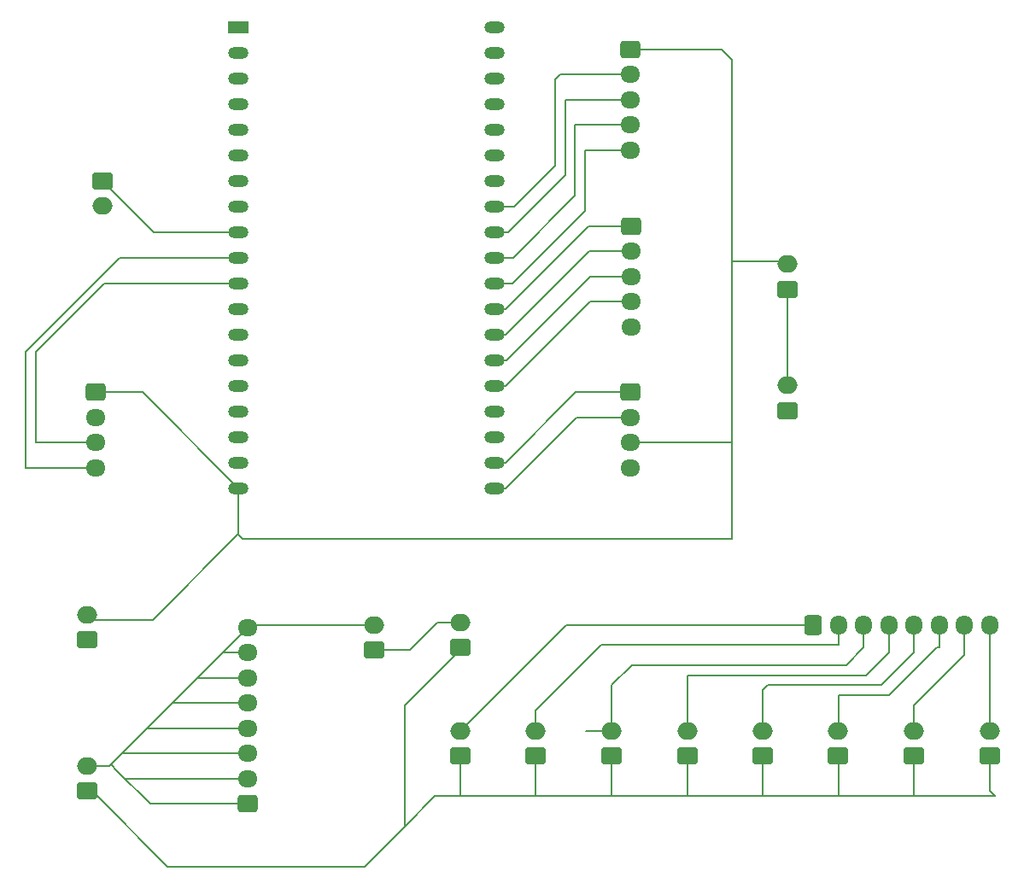
<source format=gbr>
%TF.GenerationSoftware,KiCad,Pcbnew,8.0.7*%
%TF.CreationDate,2024-12-29T01:14:19+01:00*%
%TF.ProjectId,DrinkoMat,4472696e-6b6f-44d6-9174-2e6b69636164,rev?*%
%TF.SameCoordinates,Original*%
%TF.FileFunction,Copper,L1,Top*%
%TF.FilePolarity,Positive*%
%FSLAX46Y46*%
G04 Gerber Fmt 4.6, Leading zero omitted, Abs format (unit mm)*
G04 Created by KiCad (PCBNEW 8.0.7) date 2024-12-29 01:14:19*
%MOMM*%
%LPD*%
G01*
G04 APERTURE LIST*
G04 Aperture macros list*
%AMRoundRect*
0 Rectangle with rounded corners*
0 $1 Rounding radius*
0 $2 $3 $4 $5 $6 $7 $8 $9 X,Y pos of 4 corners*
0 Add a 4 corners polygon primitive as box body*
4,1,4,$2,$3,$4,$5,$6,$7,$8,$9,$2,$3,0*
0 Add four circle primitives for the rounded corners*
1,1,$1+$1,$2,$3*
1,1,$1+$1,$4,$5*
1,1,$1+$1,$6,$7*
1,1,$1+$1,$8,$9*
0 Add four rect primitives between the rounded corners*
20,1,$1+$1,$2,$3,$4,$5,0*
20,1,$1+$1,$4,$5,$6,$7,0*
20,1,$1+$1,$6,$7,$8,$9,0*
20,1,$1+$1,$8,$9,$2,$3,0*%
G04 Aperture macros list end*
%TA.AperFunction,ComponentPad*%
%ADD10RoundRect,0.250000X0.750000X-0.600000X0.750000X0.600000X-0.750000X0.600000X-0.750000X-0.600000X0*%
%TD*%
%TA.AperFunction,ComponentPad*%
%ADD11O,2.000000X1.700000*%
%TD*%
%TA.AperFunction,ComponentPad*%
%ADD12RoundRect,0.250000X-0.750000X0.600000X-0.750000X-0.600000X0.750000X-0.600000X0.750000X0.600000X0*%
%TD*%
%TA.AperFunction,ComponentPad*%
%ADD13RoundRect,0.250000X-0.600000X-0.725000X0.600000X-0.725000X0.600000X0.725000X-0.600000X0.725000X0*%
%TD*%
%TA.AperFunction,ComponentPad*%
%ADD14O,1.700000X1.950000*%
%TD*%
%TA.AperFunction,ComponentPad*%
%ADD15RoundRect,0.250000X-0.725000X0.600000X-0.725000X-0.600000X0.725000X-0.600000X0.725000X0.600000X0*%
%TD*%
%TA.AperFunction,ComponentPad*%
%ADD16O,1.950000X1.700000*%
%TD*%
%TA.AperFunction,ComponentPad*%
%ADD17RoundRect,0.250000X0.725000X-0.600000X0.725000X0.600000X-0.725000X0.600000X-0.725000X-0.600000X0*%
%TD*%
%TA.AperFunction,ComponentPad*%
%ADD18R,2.000000X1.200000*%
%TD*%
%TA.AperFunction,ComponentPad*%
%ADD19O,2.000000X1.200000*%
%TD*%
%TA.AperFunction,Conductor*%
%ADD20C,0.200000*%
%TD*%
G04 APERTURE END LIST*
D10*
%TO.P,REF\u002A\u002A,1*%
%TO.N,N/C*%
X28500000Y-98000000D03*
D11*
%TO.P,REF\u002A\u002A,2*%
X28500000Y-95500000D03*
%TD*%
D10*
%TO.P,REF\u002A\u002A,1*%
%TO.N,N/C*%
X102975000Y-94500000D03*
D11*
%TO.P,REF\u002A\u002A,2*%
X102975000Y-92000000D03*
%TD*%
D12*
%TO.P,REF\u002A\u002A,1*%
%TO.N,N/C*%
X30000000Y-37500000D03*
D11*
%TO.P,REF\u002A\u002A,2*%
X30000000Y-40000000D03*
%TD*%
D10*
%TO.P,REF\u002A\u002A,1*%
%TO.N,N/C*%
X80500000Y-94500000D03*
D11*
%TO.P,REF\u002A\u002A,2*%
X80500000Y-92000000D03*
%TD*%
D10*
%TO.P,REF\u002A\u002A,1*%
%TO.N,N/C*%
X118000000Y-94500000D03*
D11*
%TO.P,REF\u002A\u002A,2*%
X118000000Y-92000000D03*
%TD*%
D10*
%TO.P,REF\u002A\u002A,1*%
%TO.N,N/C*%
X95500000Y-94500000D03*
D11*
%TO.P,REF\u002A\u002A,2*%
X95500000Y-92000000D03*
%TD*%
D10*
%TO.P,REF\u002A\u002A,1*%
%TO.N,N/C*%
X88000000Y-94500000D03*
D11*
%TO.P,REF\u002A\u002A,2*%
X88000000Y-92000000D03*
%TD*%
D10*
%TO.P,REF\u002A\u002A,1*%
%TO.N,N/C*%
X97975000Y-60250000D03*
D11*
%TO.P,REF\u002A\u002A,2*%
X97975000Y-57750000D03*
%TD*%
D13*
%TO.P,REF\u002A\u002A,1*%
%TO.N,N/C*%
X100500000Y-81500000D03*
D14*
%TO.P,REF\u002A\u002A,2*%
X103000000Y-81500000D03*
%TO.P,REF\u002A\u002A,3*%
X105500000Y-81500000D03*
%TO.P,REF\u002A\u002A,4*%
X108000000Y-81500000D03*
%TO.P,REF\u002A\u002A,5*%
X110500000Y-81500000D03*
%TO.P,REF\u002A\u002A,6*%
X113000000Y-81500000D03*
%TO.P,REF\u002A\u002A,7*%
X115500000Y-81500000D03*
%TO.P,REF\u002A\u002A,8*%
X118000000Y-81500000D03*
%TD*%
D15*
%TO.P,A1,1*%
%TO.N,N/C*%
X82400000Y-24460000D03*
D16*
%TO.P,A1,2*%
X82400000Y-26960000D03*
%TO.P,A1,3*%
X82400000Y-29460000D03*
%TO.P,A1,4*%
X82400000Y-31960000D03*
%TO.P,A1,5*%
X82400000Y-34460000D03*
%TD*%
D17*
%TO.P,REF\u002A\u002A,1*%
%TO.N,N/C*%
X44475000Y-99250000D03*
D16*
%TO.P,REF\u002A\u002A,2*%
X44475000Y-96750000D03*
%TO.P,REF\u002A\u002A,3*%
X44475000Y-94250000D03*
%TO.P,REF\u002A\u002A,4*%
X44475000Y-91750000D03*
%TO.P,REF\u002A\u002A,5*%
X44475000Y-89250000D03*
%TO.P,REF\u002A\u002A,6*%
X44475000Y-86750000D03*
%TO.P,REF\u002A\u002A,7*%
X44475000Y-84250000D03*
%TO.P,REF\u002A\u002A,8*%
X44475000Y-81750000D03*
%TD*%
D15*
%TO.P,A1,1*%
%TO.N,N/C*%
X82425000Y-41960000D03*
D16*
%TO.P,A1,2*%
X82425000Y-44460000D03*
%TO.P,A1,3*%
X82425000Y-46960000D03*
%TO.P,A1,4*%
X82425000Y-49460000D03*
%TO.P,A1,5*%
X82425000Y-51960000D03*
%TD*%
D10*
%TO.P,REF\u002A\u002A,1*%
%TO.N,N/C*%
X65475000Y-83750000D03*
D11*
%TO.P,REF\u002A\u002A,2*%
X65475000Y-81250000D03*
%TD*%
D10*
%TO.P,REF\u002A\u002A,1*%
%TO.N,N/C*%
X73000000Y-94500000D03*
D11*
%TO.P,REF\u002A\u002A,2*%
X73000000Y-92000000D03*
%TD*%
D10*
%TO.P,REF\u002A\u002A,1*%
%TO.N,N/C*%
X57000000Y-84000000D03*
D11*
%TO.P,REF\u002A\u002A,2*%
X57000000Y-81500000D03*
%TD*%
D10*
%TO.P,REF\u002A\u002A,1*%
%TO.N,N/C*%
X97975000Y-48250000D03*
D11*
%TO.P,REF\u002A\u002A,2*%
X97975000Y-45750000D03*
%TD*%
D10*
%TO.P,REF\u002A\u002A,1*%
%TO.N,N/C*%
X65500000Y-94500000D03*
D11*
%TO.P,REF\u002A\u002A,2*%
X65500000Y-92000000D03*
%TD*%
D10*
%TO.P,REF\u002A\u002A,1*%
%TO.N,N/C*%
X28500000Y-83000000D03*
D11*
%TO.P,REF\u002A\u002A,2*%
X28500000Y-80500000D03*
%TD*%
D15*
%TO.P,REF\u002A\u002A,1*%
%TO.N,N/C*%
X82400000Y-58460000D03*
D16*
%TO.P,REF\u002A\u002A,2*%
X82400000Y-60960000D03*
%TO.P,REF\u002A\u002A,3*%
X82400000Y-63460000D03*
%TO.P,REF\u002A\u002A,4*%
X82400000Y-65960000D03*
%TD*%
D18*
%TO.P,REF\u002A\u002A,1*%
%TO.N,N/C*%
X43500000Y-22260000D03*
D19*
%TO.P,REF\u002A\u002A,2*%
X43500000Y-24800000D03*
%TO.P,REF\u002A\u002A,3*%
X43500000Y-27340000D03*
%TO.P,REF\u002A\u002A,4*%
X43500000Y-29880000D03*
%TO.P,REF\u002A\u002A,5*%
X43500000Y-32420000D03*
%TO.P,REF\u002A\u002A,6*%
X43500000Y-34960000D03*
%TO.P,REF\u002A\u002A,7*%
X43500000Y-37500000D03*
%TO.P,REF\u002A\u002A,8*%
X43500000Y-40040000D03*
%TO.P,REF\u002A\u002A,9*%
X43500000Y-42580000D03*
%TO.P,REF\u002A\u002A,10*%
X43500000Y-45120000D03*
%TO.P,REF\u002A\u002A,11*%
X43500000Y-47660000D03*
%TO.P,REF\u002A\u002A,12*%
X43500000Y-50200000D03*
%TO.P,REF\u002A\u002A,13*%
X43500000Y-52740000D03*
%TO.P,REF\u002A\u002A,14*%
X43500000Y-55280000D03*
%TO.P,REF\u002A\u002A,15*%
X43500000Y-57820000D03*
%TO.P,REF\u002A\u002A,16*%
X43500000Y-60360000D03*
%TO.P,REF\u002A\u002A,17*%
X43500000Y-62900000D03*
%TO.P,REF\u002A\u002A,18*%
X43500000Y-65440000D03*
%TO.P,REF\u002A\u002A,19*%
X43500000Y-67980000D03*
%TO.P,REF\u002A\u002A,20*%
X68896320Y-67977280D03*
%TO.P,REF\u002A\u002A,21*%
X68896320Y-65437280D03*
%TO.P,REF\u002A\u002A,22*%
X68900000Y-62900000D03*
%TO.P,REF\u002A\u002A,23*%
X68900000Y-60360000D03*
%TO.P,REF\u002A\u002A,24*%
X68900000Y-57820000D03*
%TO.P,REF\u002A\u002A,25*%
X68900000Y-55280000D03*
%TO.P,REF\u002A\u002A,26*%
X68900000Y-52740000D03*
%TO.P,REF\u002A\u002A,27*%
X68900000Y-50200000D03*
%TO.P,REF\u002A\u002A,28*%
X68900000Y-47660000D03*
%TO.P,REF\u002A\u002A,29*%
X68900000Y-45120000D03*
%TO.P,REF\u002A\u002A,30*%
X68900000Y-42580000D03*
%TO.P,REF\u002A\u002A,31*%
X68900000Y-40040000D03*
%TO.P,REF\u002A\u002A,32*%
X68900000Y-37500000D03*
%TO.P,REF\u002A\u002A,33*%
X68900000Y-34960000D03*
%TO.P,REF\u002A\u002A,34*%
X68900000Y-32420000D03*
%TO.P,REF\u002A\u002A,35*%
X68900000Y-29880000D03*
%TO.P,REF\u002A\u002A,36*%
X68900000Y-27340000D03*
%TO.P,REF\u002A\u002A,37*%
X68900000Y-24800000D03*
%TO.P,REF\u002A\u002A,38*%
X68900000Y-22260000D03*
%TD*%
D15*
%TO.P,REF\u002A\u002A,1*%
%TO.N,N/C*%
X29400000Y-58460000D03*
D16*
%TO.P,REF\u002A\u002A,2*%
X29400000Y-60960000D03*
%TO.P,REF\u002A\u002A,3*%
X29400000Y-63460000D03*
%TO.P,REF\u002A\u002A,4*%
X29400000Y-65960000D03*
%TD*%
D10*
%TO.P,REF\u002A\u002A,1*%
%TO.N,N/C*%
X110475000Y-94500000D03*
D11*
%TO.P,REF\u002A\u002A,2*%
X110475000Y-92000000D03*
%TD*%
D20*
%TO.N,*%
X82425000Y-49460000D02*
X78360000Y-49460000D01*
X82500000Y-85500000D02*
X80500000Y-87500000D01*
X34750000Y-99250000D02*
X31500000Y-96000000D01*
X76900000Y-31960000D02*
X76900000Y-38960000D01*
X98000000Y-45500000D02*
X92400000Y-45500000D01*
X29000000Y-98500000D02*
X29500000Y-98500000D01*
X70000000Y-50200000D02*
X68900000Y-50200000D01*
X77900000Y-40460000D02*
X70700000Y-47660000D01*
X63250000Y-81250000D02*
X65475000Y-81250000D01*
X74900000Y-35960000D02*
X70820000Y-40040000D01*
X29400000Y-63460000D02*
X23400000Y-63460000D01*
X78240000Y-41960000D02*
X70000000Y-50200000D01*
X103000000Y-83500000D02*
X79500000Y-83500000D01*
X73000000Y-90000000D02*
X73000000Y-92000000D01*
X65475000Y-83750000D02*
X65475000Y-84025000D01*
X29400000Y-58460000D02*
X33980000Y-58460000D01*
X110475000Y-90025000D02*
X110475000Y-92000000D01*
X30725000Y-95500000D02*
X31362500Y-94862500D01*
X92400000Y-45500000D02*
X92400000Y-63460000D01*
X105500000Y-83775000D02*
X103775000Y-85500000D01*
X82400000Y-58460000D02*
X76973600Y-58460000D01*
X44475000Y-89250000D02*
X36975000Y-89250000D01*
X75400000Y-26960000D02*
X74900000Y-27460000D01*
X44475000Y-86750000D02*
X39475000Y-86750000D01*
X118000000Y-98000000D02*
X118000000Y-94500000D01*
X78400000Y-46960000D02*
X78320000Y-46960000D01*
X110500000Y-89500000D02*
X110500000Y-90000000D01*
X28500000Y-95500000D02*
X30725000Y-95500000D01*
X82425000Y-41960000D02*
X78240000Y-41960000D01*
X103000000Y-81500000D02*
X103000000Y-83500000D01*
X70700000Y-47660000D02*
X68900000Y-47660000D01*
X22400000Y-54460000D02*
X31740000Y-45120000D01*
X65475000Y-84025000D02*
X60000000Y-89500000D01*
X95500000Y-88000000D02*
X95500000Y-92000000D01*
X103000000Y-88500000D02*
X103000000Y-92000000D01*
X28500000Y-98000000D02*
X29000000Y-98500000D01*
X35000000Y-81000000D02*
X29000000Y-81000000D01*
X33980000Y-58460000D02*
X43500000Y-67980000D01*
X75900000Y-36960000D02*
X70280000Y-42580000D01*
X74900000Y-27460000D02*
X74900000Y-35960000D01*
X77900000Y-34460000D02*
X77900000Y-40460000D01*
X57000000Y-84000000D02*
X60500000Y-84000000D01*
X36975000Y-89250000D02*
X30862500Y-95362500D01*
X113000000Y-83775000D02*
X112725000Y-83775000D01*
X88000000Y-86500000D02*
X88000000Y-92000000D01*
X36500000Y-105500000D02*
X56000000Y-105500000D01*
X112725000Y-83775000D02*
X108000000Y-88500000D01*
X82400000Y-29460000D02*
X75900000Y-29460000D01*
X78280000Y-44460000D02*
X70000000Y-52740000D01*
X70000000Y-52740000D02*
X68900000Y-52740000D01*
X110500000Y-98500000D02*
X118500000Y-98500000D01*
X69900000Y-72960000D02*
X47400000Y-72960000D01*
X73000000Y-98500000D02*
X80500000Y-98500000D01*
X73000000Y-94500000D02*
X73000000Y-98500000D01*
X39500000Y-99250000D02*
X34750000Y-99250000D01*
X110500000Y-84275000D02*
X107275000Y-87500000D01*
X105500000Y-81500000D02*
X105500000Y-83775000D01*
X88000000Y-98500000D02*
X95500000Y-98500000D01*
X69996320Y-65437280D02*
X68896320Y-65437280D01*
X110500000Y-90000000D02*
X110475000Y-90025000D01*
X107275000Y-87500000D02*
X96000000Y-87500000D01*
X23400000Y-54460000D02*
X30200000Y-47660000D01*
X80500000Y-87500000D02*
X80500000Y-92000000D01*
X43500000Y-72500000D02*
X35000000Y-81000000D01*
X92400000Y-63460000D02*
X92400000Y-65000000D01*
X30862500Y-95362500D02*
X30725000Y-95500000D01*
X43500000Y-72560000D02*
X43900000Y-72960000D01*
X68896320Y-67977280D02*
X69996320Y-67977280D01*
X56000000Y-105500000D02*
X60000000Y-101500000D01*
X60500000Y-84000000D02*
X63250000Y-81250000D01*
X88000000Y-94500000D02*
X88000000Y-98500000D01*
X31500000Y-96000000D02*
X30862500Y-95362500D01*
X60000000Y-89500000D02*
X60000000Y-101500000D01*
X65500000Y-98500000D02*
X73000000Y-98500000D01*
X29000000Y-81000000D02*
X28500000Y-80500000D01*
X60000000Y-101500000D02*
X63000000Y-98500000D01*
X31362500Y-94862500D02*
X37362500Y-88862500D01*
X43900000Y-72960000D02*
X47400000Y-72960000D01*
X22400000Y-65960000D02*
X22400000Y-54460000D01*
X78360000Y-49460000D02*
X70000000Y-57820000D01*
X118500000Y-98500000D02*
X118000000Y-98000000D01*
X82400000Y-63460000D02*
X92400000Y-63460000D01*
X78000000Y-92000000D02*
X80500000Y-92000000D01*
X31740000Y-45120000D02*
X43500000Y-45120000D01*
X100500000Y-81500000D02*
X76000000Y-81500000D01*
X31975000Y-94250000D02*
X30862500Y-95362500D01*
X103775000Y-85500000D02*
X82500000Y-85500000D01*
X39475000Y-86750000D02*
X30862500Y-95362500D01*
X29400000Y-65960000D02*
X22400000Y-65960000D01*
X77013600Y-60960000D02*
X82400000Y-60960000D01*
X63000000Y-98500000D02*
X65500000Y-98500000D01*
X79500000Y-83500000D02*
X73000000Y-90000000D01*
X82425000Y-44460000D02*
X78280000Y-44460000D01*
X82400000Y-26960000D02*
X75400000Y-26960000D01*
X80500000Y-98500000D02*
X88000000Y-98500000D01*
X92400000Y-65000000D02*
X92400000Y-72960000D01*
X44475000Y-91750000D02*
X34475000Y-91750000D01*
X70740000Y-45120000D02*
X68900000Y-45120000D01*
X115500000Y-84500000D02*
X110500000Y-89500000D01*
X76973600Y-58460000D02*
X69996320Y-65437280D01*
X82425000Y-46960000D02*
X78400000Y-46960000D01*
X108000000Y-84275000D02*
X105775000Y-86500000D01*
X110500000Y-81500000D02*
X110500000Y-84275000D01*
X35080000Y-42580000D02*
X30000000Y-37500000D01*
X103000000Y-98500000D02*
X110500000Y-98500000D01*
X34475000Y-91750000D02*
X30862500Y-95362500D01*
X44475000Y-96750000D02*
X32250000Y-96750000D01*
X96000000Y-87500000D02*
X95500000Y-88000000D01*
X70000000Y-57820000D02*
X68900000Y-57820000D01*
X70280000Y-42580000D02*
X68900000Y-42580000D01*
X78400000Y-46960000D02*
X70080000Y-55280000D01*
X32250000Y-96750000D02*
X31500000Y-96000000D01*
X108000000Y-81500000D02*
X108000000Y-84275000D01*
X115500000Y-81500000D02*
X115500000Y-84500000D01*
X41975000Y-84250000D02*
X44725000Y-81500000D01*
X69996320Y-67977280D02*
X77013600Y-60960000D01*
X118000000Y-81500000D02*
X118000000Y-92000000D01*
X95500000Y-94500000D02*
X95500000Y-98500000D01*
X75900000Y-29460000D02*
X75900000Y-36960000D01*
X103000000Y-94500000D02*
X103000000Y-98500000D01*
X44475000Y-99250000D02*
X39500000Y-99250000D01*
X43500000Y-42580000D02*
X35080000Y-42580000D01*
X43500000Y-67980000D02*
X43500000Y-72500000D01*
X92400000Y-72960000D02*
X69900000Y-72960000D01*
X70820000Y-40040000D02*
X68900000Y-40040000D01*
X37362500Y-88862500D02*
X44475000Y-81750000D01*
X76900000Y-38960000D02*
X70740000Y-45120000D01*
X44725000Y-81500000D02*
X57000000Y-81500000D01*
X95500000Y-98500000D02*
X103000000Y-98500000D01*
X30200000Y-47660000D02*
X43500000Y-47660000D01*
X97975000Y-48250000D02*
X97975000Y-57750000D01*
X105775000Y-86500000D02*
X88000000Y-86500000D01*
X82400000Y-31960000D02*
X76900000Y-31960000D01*
X76000000Y-81500000D02*
X65500000Y-92000000D01*
X44475000Y-94250000D02*
X31975000Y-94250000D01*
X82400000Y-24460000D02*
X91400000Y-24460000D01*
X29500000Y-98500000D02*
X36500000Y-105500000D01*
X44475000Y-84250000D02*
X41975000Y-84250000D01*
X80500000Y-94500000D02*
X80500000Y-98500000D01*
X91400000Y-24460000D02*
X92400000Y-25460000D01*
X113000000Y-81500000D02*
X113000000Y-83775000D01*
X41975000Y-84250000D02*
X31362500Y-94862500D01*
X82400000Y-34460000D02*
X77900000Y-34460000D01*
X70080000Y-55280000D02*
X68900000Y-55280000D01*
X108000000Y-88500000D02*
X103000000Y-88500000D01*
X65500000Y-94500000D02*
X65500000Y-98500000D01*
X23400000Y-63460000D02*
X23400000Y-54460000D01*
X92400000Y-25460000D02*
X92400000Y-45500000D01*
X110500000Y-94500000D02*
X110500000Y-98500000D01*
X43500000Y-72500000D02*
X43500000Y-72560000D01*
%TD*%
M02*

</source>
